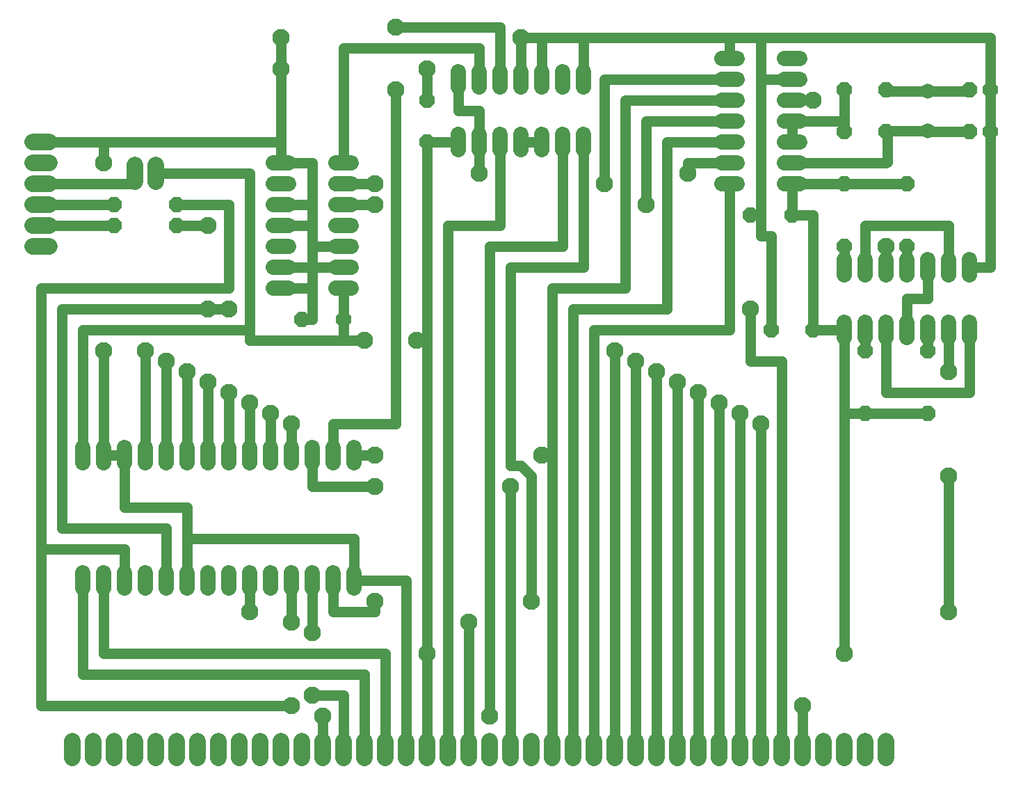
<source format=gbr>
G04 EAGLE Gerber RS-274X export*
G75*
%MOMM*%
%FSLAX34Y34*%
%LPD*%
%INBottom Copper*%
%IPPOS*%
%AMOC8*
5,1,8,0,0,1.08239X$1,22.5*%
G01*
%ADD10P,1.979475X8X22.500000*%
%ADD11P,1.979475X8X202.500000*%
%ADD12P,1.979475X8X112.500000*%
%ADD13C,1.828800*%
%ADD14C,2.032000*%
%ADD15P,1.979475X8X292.500000*%
%ADD16C,1.828800*%
%ADD17C,1.270000*%
%ADD18C,2.100000*%


D10*
X1155700Y-152400D03*
X1181100Y-152400D03*
D11*
X965200Y-393700D03*
X914400Y-393700D03*
X939800Y-254000D03*
X889000Y-254000D03*
D10*
X1155700Y-101600D03*
X1181100Y-101600D03*
D11*
X393700Y-381000D03*
X342900Y-381000D03*
D12*
X495300Y-165100D03*
X495300Y-114300D03*
D13*
X533400Y-98044D02*
X533400Y-79756D01*
X558800Y-79756D02*
X558800Y-98044D01*
X685800Y-98044D02*
X685800Y-79756D01*
X685800Y-155956D02*
X685800Y-174244D01*
X584200Y-98044D02*
X584200Y-79756D01*
X609600Y-79756D02*
X609600Y-98044D01*
X660400Y-98044D02*
X660400Y-79756D01*
X635000Y-79756D02*
X635000Y-98044D01*
X660400Y-155956D02*
X660400Y-174244D01*
X635000Y-174244D02*
X635000Y-155956D01*
X609600Y-155956D02*
X609600Y-174244D01*
X584200Y-174244D02*
X584200Y-155956D01*
X558800Y-155956D02*
X558800Y-174244D01*
X533400Y-174244D02*
X533400Y-155956D01*
X1003300Y-308356D02*
X1003300Y-326644D01*
X1028700Y-326644D02*
X1028700Y-308356D01*
X1155700Y-308356D02*
X1155700Y-326644D01*
X1155700Y-384556D02*
X1155700Y-402844D01*
X1054100Y-326644D02*
X1054100Y-308356D01*
X1079500Y-308356D02*
X1079500Y-326644D01*
X1130300Y-326644D02*
X1130300Y-308356D01*
X1104900Y-308356D02*
X1104900Y-326644D01*
X1130300Y-384556D02*
X1130300Y-402844D01*
X1104900Y-402844D02*
X1104900Y-384556D01*
X1079500Y-384556D02*
X1079500Y-402844D01*
X1054100Y-402844D02*
X1054100Y-384556D01*
X1028700Y-384556D02*
X1028700Y-402844D01*
X1003300Y-402844D02*
X1003300Y-384556D01*
X872744Y-215900D02*
X854456Y-215900D01*
X854456Y-190500D02*
X872744Y-190500D01*
X872744Y-63500D02*
X854456Y-63500D01*
X930656Y-63500D02*
X948944Y-63500D01*
X872744Y-165100D02*
X854456Y-165100D01*
X854456Y-139700D02*
X872744Y-139700D01*
X872744Y-88900D02*
X854456Y-88900D01*
X854456Y-114300D02*
X872744Y-114300D01*
X930656Y-88900D02*
X948944Y-88900D01*
X948944Y-114300D02*
X930656Y-114300D01*
X930656Y-139700D02*
X948944Y-139700D01*
X948944Y-165100D02*
X930656Y-165100D01*
X930656Y-190500D02*
X948944Y-190500D01*
X948944Y-215900D02*
X930656Y-215900D01*
X406400Y-689356D02*
X406400Y-707644D01*
X381000Y-707644D02*
X381000Y-689356D01*
X355600Y-689356D02*
X355600Y-707644D01*
X330200Y-707644D02*
X330200Y-689356D01*
X304800Y-689356D02*
X304800Y-707644D01*
X279400Y-707644D02*
X279400Y-689356D01*
X254000Y-689356D02*
X254000Y-707644D01*
X228600Y-707644D02*
X228600Y-689356D01*
X203200Y-689356D02*
X203200Y-707644D01*
X177800Y-707644D02*
X177800Y-689356D01*
X152400Y-689356D02*
X152400Y-707644D01*
X127000Y-707644D02*
X127000Y-689356D01*
X101600Y-689356D02*
X101600Y-707644D01*
X76200Y-707644D02*
X76200Y-689356D01*
X76200Y-555244D02*
X76200Y-536956D01*
X101600Y-536956D02*
X101600Y-555244D01*
X127000Y-555244D02*
X127000Y-536956D01*
X152400Y-536956D02*
X152400Y-555244D01*
X177800Y-555244D02*
X177800Y-536956D01*
X203200Y-536956D02*
X203200Y-555244D01*
X228600Y-555244D02*
X228600Y-536956D01*
X254000Y-536956D02*
X254000Y-555244D01*
X279400Y-555244D02*
X279400Y-536956D01*
X304800Y-536956D02*
X304800Y-555244D01*
X330200Y-555244D02*
X330200Y-536956D01*
X355600Y-536956D02*
X355600Y-555244D01*
X381000Y-555244D02*
X381000Y-536956D01*
X406400Y-536956D02*
X406400Y-555244D01*
X326644Y-342900D02*
X308356Y-342900D01*
X308356Y-317500D02*
X326644Y-317500D01*
X326644Y-190500D02*
X308356Y-190500D01*
X384556Y-190500D02*
X402844Y-190500D01*
X326644Y-292100D02*
X308356Y-292100D01*
X308356Y-266700D02*
X326644Y-266700D01*
X326644Y-215900D02*
X308356Y-215900D01*
X308356Y-241300D02*
X326644Y-241300D01*
X384556Y-215900D02*
X402844Y-215900D01*
X402844Y-241300D02*
X384556Y-241300D01*
X384556Y-266700D02*
X402844Y-266700D01*
X402844Y-292100D02*
X384556Y-292100D01*
X384556Y-317500D02*
X402844Y-317500D01*
X402844Y-342900D02*
X384556Y-342900D01*
D14*
X63500Y-894080D02*
X63500Y-914400D01*
X88900Y-914400D02*
X88900Y-894080D01*
X114300Y-894080D02*
X114300Y-914400D01*
X139700Y-914400D02*
X139700Y-894080D01*
X165100Y-894080D02*
X165100Y-914400D01*
X190500Y-914400D02*
X190500Y-894080D01*
X215900Y-894080D02*
X215900Y-914400D01*
X241300Y-914400D02*
X241300Y-894080D01*
X266700Y-894080D02*
X266700Y-914400D01*
X292100Y-914400D02*
X292100Y-894080D01*
X317500Y-894080D02*
X317500Y-914400D01*
X342900Y-914400D02*
X342900Y-894080D01*
X368300Y-894080D02*
X368300Y-914400D01*
X393700Y-914400D02*
X393700Y-894080D01*
X419100Y-894080D02*
X419100Y-914400D01*
X444500Y-914400D02*
X444500Y-894080D01*
X469900Y-894080D02*
X469900Y-914400D01*
X495300Y-914400D02*
X495300Y-894080D01*
X520700Y-894080D02*
X520700Y-914400D01*
X546100Y-914400D02*
X546100Y-894080D01*
X571500Y-894080D02*
X571500Y-914400D01*
X596900Y-914400D02*
X596900Y-894080D01*
X622300Y-894080D02*
X622300Y-914400D01*
X647700Y-914400D02*
X647700Y-894080D01*
X673100Y-894080D02*
X673100Y-914400D01*
X698500Y-914400D02*
X698500Y-894080D01*
X723900Y-894080D02*
X723900Y-914400D01*
X749300Y-914400D02*
X749300Y-894080D01*
X774700Y-894080D02*
X774700Y-914400D01*
X800100Y-914400D02*
X800100Y-894080D01*
X825500Y-894080D02*
X825500Y-914400D01*
X850900Y-914400D02*
X850900Y-894080D01*
X876300Y-894080D02*
X876300Y-914400D01*
X901700Y-914400D02*
X901700Y-894080D01*
X927100Y-894080D02*
X927100Y-914400D01*
X952500Y-914400D02*
X952500Y-894080D01*
X977900Y-894080D02*
X977900Y-914400D01*
X1003300Y-914400D02*
X1003300Y-894080D01*
X1028700Y-894080D02*
X1028700Y-914400D01*
X1054100Y-914400D02*
X1054100Y-894080D01*
X165100Y-213360D02*
X165100Y-193040D01*
X139700Y-193040D02*
X139700Y-213360D01*
X35560Y-165100D02*
X15240Y-165100D01*
X15240Y-190500D02*
X35560Y-190500D01*
X35560Y-215900D02*
X15240Y-215900D01*
X15240Y-241300D02*
X35560Y-241300D01*
X35560Y-266700D02*
X15240Y-266700D01*
X15240Y-292100D02*
X35560Y-292100D01*
D10*
X114300Y-241300D03*
X190500Y-241300D03*
X114300Y-266700D03*
X190500Y-266700D03*
D11*
X1054100Y-152400D03*
X1003300Y-152400D03*
X1054100Y-101600D03*
X1003300Y-101600D03*
D15*
X1079500Y-215900D03*
X1079500Y-292100D03*
X1003300Y-215900D03*
X1003300Y-292100D03*
D12*
X1104900Y-495300D03*
X1104900Y-419100D03*
X1028700Y-495300D03*
X1028700Y-419100D03*
D16*
X1104900Y-151130D03*
X1104900Y-102870D03*
D17*
X1155700Y-317500D02*
X1181100Y-317500D01*
X1181100Y-152400D01*
X1181100Y-101600D01*
X1181100Y-38100D01*
X901700Y-38100D01*
X863600Y-38100D01*
X863600Y-63500D01*
X901700Y-38100D02*
X901700Y-88900D01*
X939800Y-88900D01*
X469900Y-698500D02*
X406400Y-698500D01*
X469900Y-698500D02*
X469900Y-914400D01*
X127000Y-546100D02*
X101600Y-546100D01*
X127000Y-546100D02*
X127000Y-609600D01*
X203200Y-609600D01*
X203200Y-647700D01*
X203200Y-698500D01*
X342900Y-381000D02*
X355600Y-381000D01*
X355600Y-342900D01*
X355600Y-317500D01*
X355600Y-292100D01*
X355600Y-266700D01*
X355600Y-241300D01*
X355600Y-190500D01*
X317500Y-190500D01*
X317500Y-241300D02*
X355600Y-241300D01*
X355600Y-266700D02*
X317500Y-266700D01*
X317500Y-317500D02*
X355600Y-317500D01*
X355600Y-342900D02*
X317500Y-342900D01*
X635000Y-88900D02*
X635000Y-38100D01*
X685800Y-38100D01*
X685800Y-88900D01*
X901700Y-88900D02*
X901700Y-254000D01*
X889000Y-254000D01*
D18*
X317500Y-76200D03*
X495300Y-76200D03*
D17*
X317500Y-165100D02*
X317500Y-190500D01*
X317500Y-165100D02*
X317500Y-76200D01*
X495300Y-76200D02*
X495300Y-114300D01*
D18*
X317500Y-38100D03*
X609600Y-38100D03*
D17*
X317500Y-38100D02*
X317500Y-76200D01*
X609600Y-88900D02*
X609600Y-38100D01*
X685800Y-38100D02*
X863600Y-38100D01*
X406400Y-647700D02*
X406400Y-698500D01*
X406400Y-647700D02*
X203200Y-647700D01*
D18*
X101600Y-419100D03*
X101600Y-190500D03*
D17*
X101600Y-419100D02*
X101600Y-546100D01*
X609600Y-38100D02*
X635000Y-38100D01*
X901700Y-254000D02*
X901700Y-279400D01*
X914400Y-279400D01*
X914400Y-393700D01*
X393700Y-317500D02*
X355600Y-317500D01*
X355600Y-292100D02*
X393700Y-292100D01*
X101600Y-165100D02*
X25400Y-165100D01*
X101600Y-165100D02*
X317500Y-165100D01*
X101600Y-165100D02*
X101600Y-190500D01*
X1003300Y-215900D02*
X1079500Y-215900D01*
X1003300Y-215900D02*
X939800Y-215900D01*
X393700Y-342900D02*
X393700Y-381000D01*
X1028700Y-495300D02*
X1104900Y-495300D01*
X1028700Y-495300D02*
X1003300Y-495300D01*
X1003300Y-393700D01*
X76200Y-393700D02*
X76200Y-546100D01*
X76200Y-393700D02*
X279400Y-393700D01*
X279400Y-203200D02*
X165100Y-203200D01*
X279400Y-203200D02*
X279400Y-393700D01*
D18*
X495300Y-787400D03*
X1003300Y-787400D03*
D17*
X495300Y-787400D02*
X495300Y-914400D01*
D18*
X482600Y-406400D03*
X419100Y-406400D03*
D17*
X279400Y-406400D02*
X279400Y-393700D01*
X279400Y-406400D02*
X393700Y-406400D01*
X419100Y-406400D01*
X393700Y-406400D02*
X393700Y-381000D01*
X939800Y-254000D02*
X939800Y-215900D01*
X1003300Y-495300D02*
X1003300Y-787400D01*
X495300Y-787400D02*
X495300Y-406400D01*
X482600Y-406400D01*
X495300Y-165100D02*
X533400Y-165100D01*
X495300Y-165100D02*
X495300Y-406400D01*
X965200Y-393700D02*
X1003300Y-393700D01*
X965200Y-254000D02*
X939800Y-254000D01*
X965200Y-254000D02*
X965200Y-393700D01*
D18*
X368300Y-863600D03*
X571500Y-863600D03*
D17*
X571500Y-292100D02*
X660400Y-292100D01*
X660400Y-165100D01*
X571500Y-292100D02*
X571500Y-863600D01*
X368300Y-863600D02*
X368300Y-914400D01*
D18*
X355600Y-838200D03*
X355600Y-762000D03*
D17*
X355600Y-698500D01*
X393700Y-838200D02*
X393700Y-914400D01*
X393700Y-838200D02*
X355600Y-838200D01*
X76200Y-812800D02*
X76200Y-698500D01*
X76200Y-812800D02*
X419100Y-812800D01*
X419100Y-914400D01*
X101600Y-787400D02*
X101600Y-698500D01*
X101600Y-787400D02*
X444500Y-787400D01*
X444500Y-914400D01*
D18*
X330200Y-749300D03*
X546100Y-749300D03*
D17*
X546100Y-914400D01*
X330200Y-749300D02*
X330200Y-698500D01*
X355600Y-584200D02*
X355600Y-546100D01*
D18*
X431800Y-584200D03*
D17*
X355600Y-584200D01*
D18*
X596900Y-584200D03*
D17*
X596900Y-914400D01*
X647700Y-914400D02*
X647700Y-546100D01*
X647700Y-342900D01*
X736600Y-342900D01*
X736600Y-114300D01*
X863600Y-114300D01*
D18*
X431800Y-546100D03*
X635000Y-546100D03*
D17*
X647700Y-546100D01*
X431800Y-546100D02*
X406400Y-546100D01*
X673100Y-368300D02*
X673100Y-914400D01*
X673100Y-368300D02*
X787400Y-368300D01*
X787400Y-165100D01*
X863600Y-165100D01*
X698500Y-393700D02*
X698500Y-914400D01*
X698500Y-393700D02*
X863600Y-393700D01*
X863600Y-215900D01*
D18*
X152400Y-419100D03*
X723900Y-419100D03*
D17*
X152400Y-419100D02*
X152400Y-546100D01*
X723900Y-419100D02*
X723900Y-914400D01*
D18*
X177800Y-431800D03*
X749300Y-431800D03*
D17*
X177800Y-431800D02*
X177800Y-546100D01*
X749300Y-431800D02*
X749300Y-914400D01*
D18*
X203200Y-444500D03*
X774700Y-444500D03*
D17*
X203200Y-444500D02*
X203200Y-546100D01*
X774700Y-444500D02*
X774700Y-914400D01*
D18*
X228600Y-457200D03*
X800100Y-457200D03*
D17*
X228600Y-457200D02*
X228600Y-546100D01*
X800100Y-457200D02*
X800100Y-914400D01*
D18*
X254000Y-469900D03*
X825500Y-469900D03*
D17*
X254000Y-469900D02*
X254000Y-546100D01*
X825500Y-469900D02*
X825500Y-914400D01*
D18*
X279400Y-482600D03*
X850900Y-482600D03*
D17*
X279400Y-482600D02*
X279400Y-546100D01*
X850900Y-482600D02*
X850900Y-914400D01*
D18*
X304800Y-495300D03*
X876300Y-495300D03*
D17*
X304800Y-495300D02*
X304800Y-546100D01*
X876300Y-495300D02*
X876300Y-914400D01*
D18*
X330200Y-508000D03*
X901700Y-508000D03*
D17*
X330200Y-508000D02*
X330200Y-546100D01*
X901700Y-508000D02*
X901700Y-914400D01*
D18*
X228600Y-266700D03*
D17*
X177800Y-635000D02*
X177800Y-698500D01*
X177800Y-635000D02*
X50800Y-635000D01*
D18*
X228600Y-368300D03*
D17*
X50800Y-368300D01*
X50800Y-635000D01*
X190500Y-266700D02*
X228600Y-266700D01*
D18*
X254000Y-368300D03*
X889000Y-368300D03*
D17*
X889000Y-431800D01*
X927100Y-431800D01*
X927100Y-914400D01*
X254000Y-368300D02*
X228600Y-368300D01*
X127000Y-660400D02*
X127000Y-698500D01*
X127000Y-660400D02*
X25400Y-660400D01*
X25400Y-342900D01*
X254000Y-342900D02*
X254000Y-241300D01*
X190500Y-241300D01*
D18*
X952500Y-850900D03*
X330200Y-850900D03*
D17*
X25400Y-850900D02*
X25400Y-660400D01*
X25400Y-850900D02*
X330200Y-850900D01*
X254000Y-342900D02*
X25400Y-342900D01*
X952500Y-850900D02*
X952500Y-914400D01*
X520700Y-914400D02*
X520700Y-266700D01*
X584200Y-266700D01*
X584200Y-165100D01*
X114300Y-241300D02*
X25400Y-241300D01*
X25400Y-266700D02*
X114300Y-266700D01*
X139700Y-215900D02*
X139700Y-203200D01*
X139700Y-215900D02*
X25400Y-215900D01*
X1104900Y-151130D02*
X1106170Y-152400D01*
X1155700Y-152400D01*
X1104900Y-151130D02*
X1055370Y-151130D01*
X1054100Y-152400D01*
X1054100Y-190500D02*
X939800Y-190500D01*
X1054100Y-190500D02*
X1055370Y-189230D01*
X1055370Y-151130D01*
X1104900Y-102870D02*
X1154430Y-102870D01*
X1155700Y-101600D01*
X1055370Y-102870D02*
X1054100Y-101600D01*
X1055370Y-102870D02*
X1104900Y-102870D01*
X1003300Y-101600D02*
X1003300Y-139700D01*
X1003300Y-152400D01*
X939800Y-165100D02*
X939800Y-139700D01*
X1003300Y-139700D01*
X1104900Y-317500D02*
X1104900Y-355600D01*
X1079500Y-355600D01*
X1079500Y-393700D01*
X1079500Y-317500D02*
X1079500Y-292100D01*
X1003300Y-292100D02*
X1003300Y-317500D01*
X1028700Y-266700D02*
X1130300Y-266700D01*
X1028700Y-266700D02*
X1028700Y-317500D01*
X1130300Y-317500D02*
X1130300Y-266700D01*
X1104900Y-393700D02*
X1104900Y-419100D01*
X1028700Y-419100D02*
X1028700Y-393700D01*
X1155700Y-393700D02*
X1155700Y-469900D01*
X1054100Y-469900D01*
X1054100Y-393700D01*
D18*
X1130300Y-444500D03*
X1130300Y-571500D03*
X279400Y-736600D03*
X1130300Y-736600D03*
D17*
X279400Y-736600D02*
X279400Y-698500D01*
X1130300Y-736600D02*
X1130300Y-571500D01*
X1130300Y-444500D02*
X1130300Y-393700D01*
X533400Y-127000D02*
X533400Y-88900D01*
X533400Y-127000D02*
X558800Y-127000D01*
X558800Y-165100D01*
D18*
X558800Y-203200D03*
X812800Y-203200D03*
D17*
X558800Y-203200D02*
X558800Y-165100D01*
X812800Y-190500D02*
X812800Y-203200D01*
X812800Y-190500D02*
X863600Y-190500D01*
X685800Y-165100D02*
X685800Y-317500D01*
X596900Y-317500D01*
X596900Y-558800D01*
X609600Y-558800D01*
X622300Y-571500D01*
D18*
X431800Y-723900D03*
X622300Y-723900D03*
D17*
X381000Y-736600D02*
X381000Y-698500D01*
X381000Y-736600D02*
X431800Y-736600D01*
X431800Y-723900D01*
X622300Y-723900D02*
X622300Y-571500D01*
X381000Y-546100D02*
X381000Y-508000D01*
X457200Y-508000D01*
X584200Y-88900D02*
X584200Y-25400D01*
X457200Y-25400D01*
D18*
X457200Y-25400D03*
X457200Y-101600D03*
D17*
X457200Y-508000D01*
D18*
X965200Y-114300D03*
X1054100Y-292100D03*
D17*
X1054100Y-317500D01*
X393700Y-190500D02*
X393700Y-50800D01*
X558800Y-50800D01*
X558800Y-88900D01*
D18*
X711200Y-215900D03*
X431800Y-215900D03*
D17*
X711200Y-88900D02*
X863600Y-88900D01*
X711200Y-88900D02*
X711200Y-215900D01*
X431800Y-215900D02*
X393700Y-215900D01*
D18*
X762000Y-241300D03*
X431800Y-241300D03*
D17*
X762000Y-241300D02*
X762000Y-139700D01*
X863600Y-139700D01*
X431800Y-241300D02*
X393700Y-241300D01*
X609600Y-165100D02*
X635000Y-165100D01*
M02*

</source>
